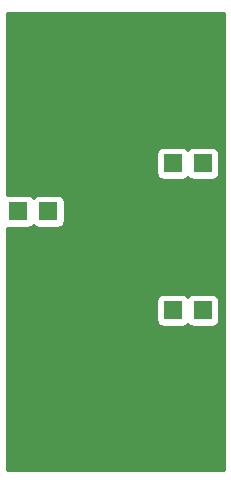
<source format=gbr>
G04 #@! TF.GenerationSoftware,KiCad,Pcbnew,(2018-02-10 revision a04965c36)-makepkg*
G04 #@! TF.CreationDate,2018-07-08T19:26:06+02:00*
G04 #@! TF.ProjectId,PIEZO01A,5049455A4F3031412E6B696361645F70,REV*
G04 #@! TF.SameCoordinates,Original*
G04 #@! TF.FileFunction,Copper,L1,Top,Signal*
G04 #@! TF.FilePolarity,Positive*
%FSLAX46Y46*%
G04 Gerber Fmt 4.6, Leading zero omitted, Abs format (unit mm)*
G04 Created by KiCad (PCBNEW (2018-02-10 revision a04965c36)-makepkg) date 07/08/18 19:26:06*
%MOMM*%
%LPD*%
G01*
G04 APERTURE LIST*
%ADD10R,1.524000X1.524000*%
%ADD11C,6.000000*%
%ADD12C,0.800000*%
%ADD13C,0.600000*%
%ADD14C,0.254000*%
G04 APERTURE END LIST*
D10*
X17526000Y24384000D03*
X14986000Y24384000D03*
X17526000Y26924000D03*
X14986000Y26924000D03*
X17526000Y29464000D03*
X14986000Y29464000D03*
X4445000Y22860000D03*
X1905000Y22860000D03*
X4445000Y25400000D03*
X1905000Y25400000D03*
X14986000Y14478000D03*
X17526000Y14478000D03*
X14986000Y11938000D03*
X17526000Y11938000D03*
D11*
X15240000Y5080000D03*
X5080000Y5080000D03*
X5080000Y35560000D03*
X15240000Y35560000D03*
D12*
X4826000Y16129000D03*
X11176000Y22860000D03*
X9779000Y22860000D03*
X6731000Y28448000D03*
X8128000Y28448000D03*
X10795000Y32385000D03*
X9271000Y32385000D03*
X15621000Y16383000D03*
X14351000Y16383000D03*
X4572000Y17526000D03*
X3302000Y17399000D03*
D13*
X9779000Y22860000D02*
X11176000Y22860000D01*
X8128000Y28448000D02*
X6731000Y28448000D01*
X9271000Y32385000D02*
X10795000Y32385000D01*
X14351000Y16383000D02*
X15621000Y16383000D01*
X4445000Y17399000D02*
X4572000Y17526000D01*
X3302000Y17399000D02*
X4445000Y17399000D01*
D14*
G36*
X19356000Y964000D02*
X964000Y964000D01*
X964000Y15240000D01*
X13576560Y15240000D01*
X13576560Y13716000D01*
X13625843Y13468235D01*
X13766191Y13258191D01*
X13976235Y13117843D01*
X14224000Y13068560D01*
X15748000Y13068560D01*
X15995765Y13117843D01*
X16205809Y13258191D01*
X16256000Y13333307D01*
X16306191Y13258191D01*
X16516235Y13117843D01*
X16764000Y13068560D01*
X18288000Y13068560D01*
X18535765Y13117843D01*
X18745809Y13258191D01*
X18886157Y13468235D01*
X18935440Y13716000D01*
X18935440Y15240000D01*
X18886157Y15487765D01*
X18745809Y15697809D01*
X18535765Y15838157D01*
X18288000Y15887440D01*
X16764000Y15887440D01*
X16516235Y15838157D01*
X16306191Y15697809D01*
X16256000Y15622693D01*
X16205809Y15697809D01*
X15995765Y15838157D01*
X15748000Y15887440D01*
X14224000Y15887440D01*
X13976235Y15838157D01*
X13766191Y15697809D01*
X13625843Y15487765D01*
X13576560Y15240000D01*
X964000Y15240000D01*
X964000Y21486165D01*
X1143000Y21450560D01*
X2667000Y21450560D01*
X2914765Y21499843D01*
X3124809Y21640191D01*
X3175000Y21715307D01*
X3225191Y21640191D01*
X3435235Y21499843D01*
X3683000Y21450560D01*
X5207000Y21450560D01*
X5454765Y21499843D01*
X5664809Y21640191D01*
X5805157Y21850235D01*
X5854440Y22098000D01*
X5854440Y23622000D01*
X5805157Y23869765D01*
X5664809Y24079809D01*
X5454765Y24220157D01*
X5207000Y24269440D01*
X3683000Y24269440D01*
X3435235Y24220157D01*
X3225191Y24079809D01*
X3175000Y24004693D01*
X3124809Y24079809D01*
X2914765Y24220157D01*
X2667000Y24269440D01*
X1143000Y24269440D01*
X964000Y24233835D01*
X964000Y27686000D01*
X13576560Y27686000D01*
X13576560Y26162000D01*
X13625843Y25914235D01*
X13766191Y25704191D01*
X13976235Y25563843D01*
X14224000Y25514560D01*
X15748000Y25514560D01*
X15995765Y25563843D01*
X16205809Y25704191D01*
X16256000Y25779307D01*
X16306191Y25704191D01*
X16516235Y25563843D01*
X16764000Y25514560D01*
X18288000Y25514560D01*
X18535765Y25563843D01*
X18745809Y25704191D01*
X18886157Y25914235D01*
X18935440Y26162000D01*
X18935440Y27686000D01*
X18886157Y27933765D01*
X18745809Y28143809D01*
X18535765Y28284157D01*
X18288000Y28333440D01*
X16764000Y28333440D01*
X16516235Y28284157D01*
X16306191Y28143809D01*
X16256000Y28068693D01*
X16205809Y28143809D01*
X15995765Y28284157D01*
X15748000Y28333440D01*
X14224000Y28333440D01*
X13976235Y28284157D01*
X13766191Y28143809D01*
X13625843Y27933765D01*
X13576560Y27686000D01*
X964000Y27686000D01*
X964000Y39676000D01*
X19356001Y39676000D01*
X19356000Y964000D01*
X19356000Y964000D01*
G37*
X19356000Y964000D02*
X964000Y964000D01*
X964000Y15240000D01*
X13576560Y15240000D01*
X13576560Y13716000D01*
X13625843Y13468235D01*
X13766191Y13258191D01*
X13976235Y13117843D01*
X14224000Y13068560D01*
X15748000Y13068560D01*
X15995765Y13117843D01*
X16205809Y13258191D01*
X16256000Y13333307D01*
X16306191Y13258191D01*
X16516235Y13117843D01*
X16764000Y13068560D01*
X18288000Y13068560D01*
X18535765Y13117843D01*
X18745809Y13258191D01*
X18886157Y13468235D01*
X18935440Y13716000D01*
X18935440Y15240000D01*
X18886157Y15487765D01*
X18745809Y15697809D01*
X18535765Y15838157D01*
X18288000Y15887440D01*
X16764000Y15887440D01*
X16516235Y15838157D01*
X16306191Y15697809D01*
X16256000Y15622693D01*
X16205809Y15697809D01*
X15995765Y15838157D01*
X15748000Y15887440D01*
X14224000Y15887440D01*
X13976235Y15838157D01*
X13766191Y15697809D01*
X13625843Y15487765D01*
X13576560Y15240000D01*
X964000Y15240000D01*
X964000Y21486165D01*
X1143000Y21450560D01*
X2667000Y21450560D01*
X2914765Y21499843D01*
X3124809Y21640191D01*
X3175000Y21715307D01*
X3225191Y21640191D01*
X3435235Y21499843D01*
X3683000Y21450560D01*
X5207000Y21450560D01*
X5454765Y21499843D01*
X5664809Y21640191D01*
X5805157Y21850235D01*
X5854440Y22098000D01*
X5854440Y23622000D01*
X5805157Y23869765D01*
X5664809Y24079809D01*
X5454765Y24220157D01*
X5207000Y24269440D01*
X3683000Y24269440D01*
X3435235Y24220157D01*
X3225191Y24079809D01*
X3175000Y24004693D01*
X3124809Y24079809D01*
X2914765Y24220157D01*
X2667000Y24269440D01*
X1143000Y24269440D01*
X964000Y24233835D01*
X964000Y27686000D01*
X13576560Y27686000D01*
X13576560Y26162000D01*
X13625843Y25914235D01*
X13766191Y25704191D01*
X13976235Y25563843D01*
X14224000Y25514560D01*
X15748000Y25514560D01*
X15995765Y25563843D01*
X16205809Y25704191D01*
X16256000Y25779307D01*
X16306191Y25704191D01*
X16516235Y25563843D01*
X16764000Y25514560D01*
X18288000Y25514560D01*
X18535765Y25563843D01*
X18745809Y25704191D01*
X18886157Y25914235D01*
X18935440Y26162000D01*
X18935440Y27686000D01*
X18886157Y27933765D01*
X18745809Y28143809D01*
X18535765Y28284157D01*
X18288000Y28333440D01*
X16764000Y28333440D01*
X16516235Y28284157D01*
X16306191Y28143809D01*
X16256000Y28068693D01*
X16205809Y28143809D01*
X15995765Y28284157D01*
X15748000Y28333440D01*
X14224000Y28333440D01*
X13976235Y28284157D01*
X13766191Y28143809D01*
X13625843Y27933765D01*
X13576560Y27686000D01*
X964000Y27686000D01*
X964000Y39676000D01*
X19356001Y39676000D01*
X19356000Y964000D01*
M02*

</source>
